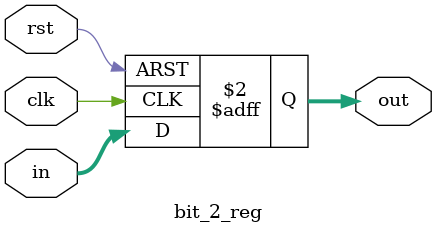
<source format=v>
module bit_2_reg (in , clk , rst , out);
input [1:0]in;
input clk;
input rst;
output reg [1:0]out;
always@(posedge rst or posedge clk)
begin
    if(rst)
        out <= 2'b 00;
    else
        out <= in;
end
endmodule
</source>
